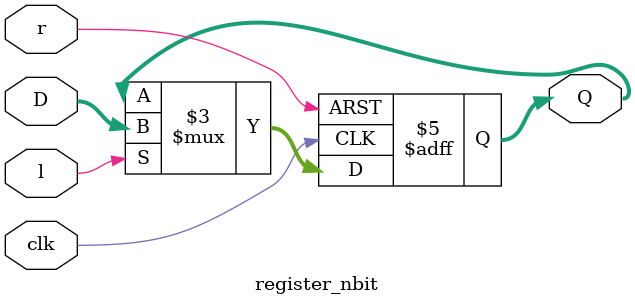
<source format=v>
module register_nbit(Q, D, l, r, clk);
	parameter N = 8; // number of bits
	output reg [N-1:0] Q; // registered output
	input [N-1:0] D; // data input
	input l; // load enable
	input r; // positive logic asynchronous reset
	input clk; // positive edge clock
	
	always @(posedge clk or posedge r) begin
		if(r)
			Q <= 0;
		else if(l)
			Q <= D;
		else
			Q <= Q;
	end
endmodule


</source>
